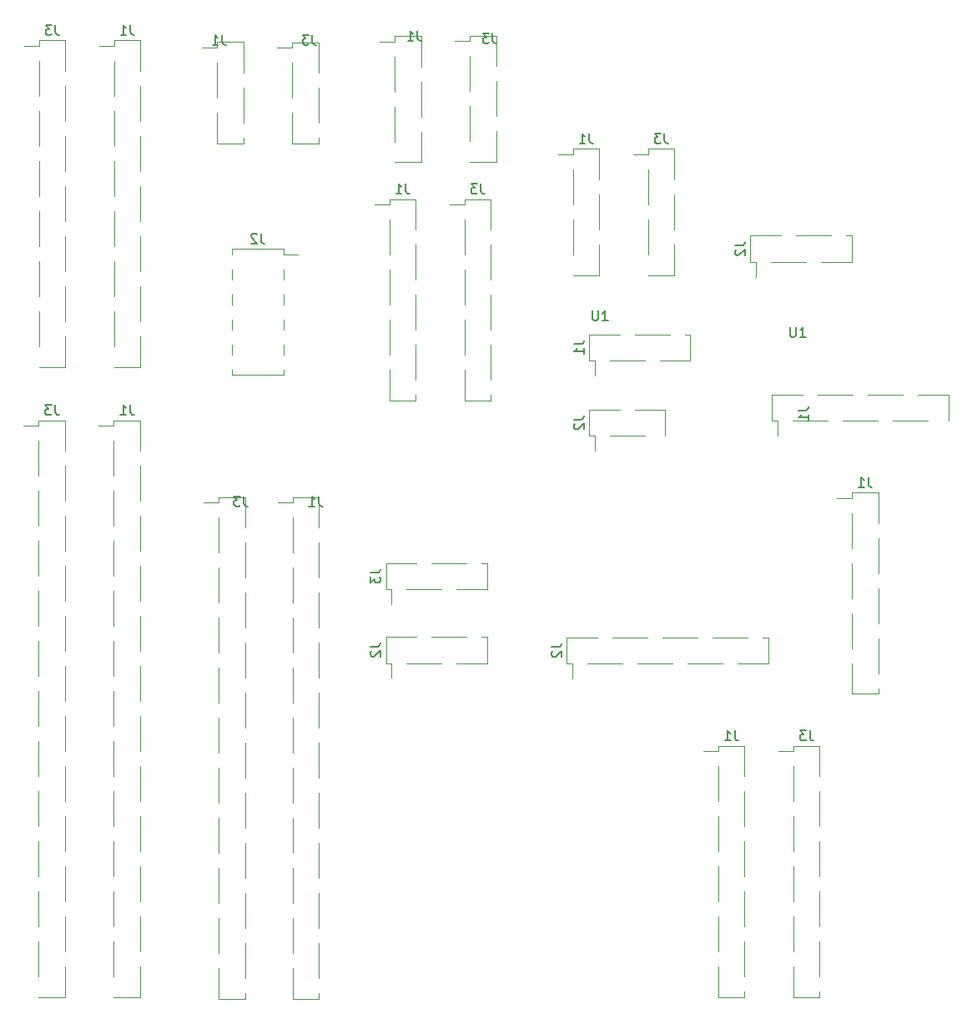
<source format=gbo>
%MOIN*%
%OFA0B0*%
%FSLAX46Y46*%
%IPPOS*%
%LPD*%
%ADD10C,0.0039370078740157488*%
%ADD21C,0.0039370078740157488*%
%ADD22C,0.0047244094488188976*%
%ADD23C,0.005905511811023622*%
%ADD24C,0.0039370078740157488*%
%ADD25C,0.0047244094488188976*%
%ADD26C,0.005905511811023622*%
%ADD27C,0.0039370078740157488*%
%ADD28C,0.0047244094488188976*%
%ADD29C,0.005905511811023622*%
%ADD30C,0.0039370078740157488*%
%ADD31C,0.0047244094488188976*%
%ADD32C,0.005905511811023622*%
%ADD33C,0.0039370078740157488*%
%ADD34C,0.0047244094488188976*%
%ADD35C,0.005905511811023622*%
%ADD36C,0.0039370078740157488*%
%ADD37C,0.0047244094488188976*%
%ADD38C,0.005905511811023622*%
%ADD39C,0.0039370078740157488*%
%ADD40C,0.0047244094488188976*%
%ADD41C,0.005905511811023622*%
%ADD42C,0.0039370078740157488*%
%ADD43C,0.0047244094488188976*%
%ADD44C,0.005905511811023622*%
%ADD45C,0.0039370078740157488*%
%ADD46C,0.0047244094488188976*%
%ADD47C,0.005905511811023622*%
%ADD48C,0.0039370078740157488*%
%ADD49C,0.0047244094488188976*%
%ADD50C,0.005905511811023622*%
%ADD51C,0.0039370078740157488*%
%ADD52C,0.0047244094488188976*%
%ADD53C,0.005905511811023622*%
%ADD54C,0.0039370078740157488*%
%ADD55C,0.0047244094488188976*%
%ADD56C,0.005905511811023622*%
%ADD57C,0.0039370078740157488*%
%ADD58C,0.0047244094488188976*%
%ADD59C,0.005905511811023622*%
%ADD60C,0.0039370078740157488*%
%ADD61C,0.0047244094488188976*%
%ADD62C,0.005905511811023622*%
%ADD63C,0.0039370078740157488*%
%ADD64C,0.0047244094488188976*%
%ADD65C,0.005905511811023622*%
G01G01*
D10*
G04 next file*
G04 #@! TF.FileFunction,Legend,Bot*
G04 Gerber Fmt 4.6, Leading zero omitted, Abs format (unit mm)*
G04 Created by KiCad (PCBNEW 4.0.7-e2-6376~58~ubuntu16.04.1) date Sat Jan 13 09:32:06 2018*
G01G01*
G04 APERTURE LIST*
G04 APERTURE END LIST*
D21*
D22*
X0003461417Y0002064448D02*
X0003356692Y0002064448D01*
X0003461417Y0001259724D02*
X0003356692Y0001259724D01*
X0003356692Y0001982165D02*
X0003356692Y0001842007D01*
X0003356692Y0001782165D02*
X0003356692Y0001642007D01*
X0003356692Y0001582165D02*
X0003356692Y0001442007D01*
X0003356692Y0001382165D02*
X0003356692Y0001259724D01*
X0003461417Y0002064448D02*
X0003461417Y0001942007D01*
X0003356692Y0002042007D02*
X0003296850Y0002042007D01*
X0003356692Y0002064448D02*
X0003356692Y0002042007D01*
X0003461417Y0001282165D02*
X0003461417Y0001259724D01*
X0003461417Y0001882165D02*
X0003461417Y0001742007D01*
X0003461417Y0001682165D02*
X0003461417Y0001542007D01*
X0003461417Y0001482165D02*
X0003461417Y0001342007D01*
D23*
X0003422178Y0002125378D02*
X0003422178Y0002097257D01*
X0003424053Y0002091632D01*
X0003427802Y0002087883D01*
X0003433427Y0002086008D01*
X0003437176Y0002086008D01*
X0003382808Y0002086008D02*
X0003405305Y0002086008D01*
X0003394057Y0002086008D02*
X0003394057Y0002125378D01*
X0003397806Y0002119754D01*
X0003401556Y0002116004D01*
X0003405305Y0002114130D01*
G04 next file*
G04 #@! TF.FileFunction,Legend,Bot*
G04 Gerber Fmt 4.6, Leading zero omitted, Abs format (unit mm)*
G04 Created by KiCad (PCBNEW 4.0.7-e2-6376~58~ubuntu16.04.1) date Sat Jan 13 09:35:41 2018*
G01G01*
G04 APERTURE LIST*
G04 APERTURE END LIST*
D24*
D25*
X0001084566Y0003037440D02*
X0000879842Y0003037440D01*
X0001084566Y0002532716D02*
X0000879842Y0002532716D01*
X0001141259Y0003015000D02*
X0001084566Y0003015000D01*
X0001084566Y0003037440D02*
X0001084566Y0003015000D01*
X0000879842Y0003037440D02*
X0000879842Y0003015000D01*
X0001084566Y0002555157D02*
X0001084566Y0002532716D01*
X0000879842Y0002555157D02*
X0000879842Y0002532716D01*
X0001084566Y0002955157D02*
X0001084566Y0002915000D01*
X0000879842Y0002955157D02*
X0000879842Y0002915000D01*
X0001084566Y0002855157D02*
X0001084566Y0002815000D01*
X0000879842Y0002855157D02*
X0000879842Y0002815000D01*
X0001084566Y0002755157D02*
X0001084566Y0002715000D01*
X0000879842Y0002755157D02*
X0000879842Y0002715000D01*
X0001084566Y0002655157D02*
X0001084566Y0002615000D01*
X0000879842Y0002655157D02*
X0000879842Y0002615000D01*
D26*
X0000995328Y0003098370D02*
X0000995328Y0003070249D01*
X0000997202Y0003064625D01*
X0001000952Y0003060875D01*
X0001006576Y0003059000D01*
X0001010326Y0003059000D01*
X0000978455Y0003094621D02*
X0000976580Y0003096496D01*
X0000972830Y0003098370D01*
X0000963457Y0003098370D01*
X0000959707Y0003096496D01*
X0000957832Y0003094621D01*
X0000955957Y0003090871D01*
X0000955957Y0003087122D01*
X0000957832Y0003081497D01*
X0000980329Y0003059000D01*
X0000955957Y0003059000D01*
G04 next file*
G04 #@! TF.FileFunction,Legend,Bot*
G04 Gerber Fmt 4.6, Leading zero omitted, Abs format (unit mm)*
G04 Created by KiCad (PCBNEW 4.0.7-e2-6376~58~ubuntu16.04.1) date Sat Jan 13 09:37:07 2018*
G01G01*
G04 APERTURE LIST*
G04 APERTURE END LIST*
D27*
D28*
X0000924724Y0003863622D02*
X0000820000Y0003863622D01*
X0000924724Y0003458897D02*
X0000820000Y0003458897D01*
X0000820000Y0003781338D02*
X0000820000Y0003641181D01*
X0000820000Y0003581338D02*
X0000820000Y0003458897D01*
X0000924724Y0003863622D02*
X0000924724Y0003741181D01*
X0000820000Y0003841181D02*
X0000760157Y0003841181D01*
X0000820000Y0003863622D02*
X0000820000Y0003841181D01*
X0000924724Y0003481338D02*
X0000924724Y0003458897D01*
X0000924724Y0003681338D02*
X0000924724Y0003541181D01*
X0001224724Y0003862637D02*
X0001120000Y0003862637D01*
X0001224724Y0003457913D02*
X0001120000Y0003457913D01*
X0001120000Y0003780354D02*
X0001120000Y0003640196D01*
X0001120000Y0003580354D02*
X0001120000Y0003457913D01*
X0001224724Y0003862637D02*
X0001224724Y0003740196D01*
X0001120000Y0003840196D02*
X0001060157Y0003840196D01*
X0001120000Y0003862637D02*
X0001120000Y0003840196D01*
X0001224724Y0003480354D02*
X0001224724Y0003457913D01*
X0001224724Y0003680354D02*
X0001224724Y0003540196D01*
D29*
X0000840642Y0003891819D02*
X0000840642Y0003863698D01*
X0000842517Y0003858073D01*
X0000846267Y0003854324D01*
X0000851891Y0003852449D01*
X0000855641Y0003852449D01*
X0000801272Y0003852449D02*
X0000823770Y0003852449D01*
X0000812521Y0003852449D02*
X0000812521Y0003891819D01*
X0000816271Y0003886195D01*
X0000820020Y0003882445D01*
X0000823770Y0003880571D01*
X0001200642Y0003891835D02*
X0001200642Y0003863713D01*
X0001202517Y0003858089D01*
X0001206267Y0003854340D01*
X0001211891Y0003852465D01*
X0001215641Y0003852465D01*
X0001185644Y0003891835D02*
X0001161272Y0003891835D01*
X0001174396Y0003876837D01*
X0001168772Y0003876837D01*
X0001165022Y0003874962D01*
X0001163147Y0003873087D01*
X0001161272Y0003869338D01*
X0001161272Y0003859964D01*
X0001163147Y0003856214D01*
X0001165022Y0003854340D01*
X0001168772Y0003852465D01*
X0001180020Y0003852465D01*
X0001183770Y0003854340D01*
X0001185644Y0003856214D01*
G04 next file*
G04 #@! TF.FileFunction,Legend,Bot*
G04 Gerber Fmt 4.6, Leading zero omitted, Abs format (unit mm)*
G04 Created by KiCad (PCBNEW 4.0.7-e2-6376~58~ubuntu16.04.1) date Sat Jan 13 09:41:55 2018*
G01G01*
G04 APERTURE LIST*
G04 APERTURE END LIST*
D30*
D31*
X0001635157Y0003887952D02*
X0001530433Y0003887952D01*
X0001635157Y0003383228D02*
X0001530433Y0003383228D01*
X0001530433Y0003805669D02*
X0001530433Y0003665511D01*
X0001530433Y0003605669D02*
X0001530433Y0003465511D01*
X0001635157Y0003887952D02*
X0001635157Y0003765511D01*
X0001530433Y0003865511D02*
X0001470590Y0003865511D01*
X0001530433Y0003887952D02*
X0001530433Y0003865511D01*
X0001635157Y0003405669D02*
X0001635157Y0003383228D01*
X0001635157Y0003705669D02*
X0001635157Y0003565511D01*
X0001635157Y0003505669D02*
X0001635157Y0003383228D01*
X0001934842Y0003888937D02*
X0001830118Y0003888937D01*
X0001934842Y0003384212D02*
X0001830118Y0003384212D01*
X0001830118Y0003806653D02*
X0001830118Y0003666496D01*
X0001830118Y0003606653D02*
X0001830118Y0003466496D01*
X0001934842Y0003888937D02*
X0001934842Y0003766496D01*
X0001830118Y0003866496D02*
X0001770275Y0003866496D01*
X0001830118Y0003888937D02*
X0001830118Y0003866496D01*
X0001934842Y0003406653D02*
X0001934842Y0003384212D01*
X0001934842Y0003706653D02*
X0001934842Y0003566496D01*
X0001934842Y0003506653D02*
X0001934842Y0003384212D01*
D32*
X0001620761Y0003907150D02*
X0001620761Y0003879028D01*
X0001622635Y0003873404D01*
X0001626385Y0003869655D01*
X0001632009Y0003867780D01*
X0001635759Y0003867780D01*
X0001581391Y0003867780D02*
X0001603888Y0003867780D01*
X0001592639Y0003867780D02*
X0001592639Y0003907150D01*
X0001596389Y0003901526D01*
X0001600138Y0003897776D01*
X0001603888Y0003895901D01*
X0001920761Y0003897134D02*
X0001920761Y0003869013D01*
X0001922635Y0003863388D01*
X0001926385Y0003859639D01*
X0001932009Y0003857764D01*
X0001935759Y0003857764D01*
X0001905763Y0003897134D02*
X0001881391Y0003897134D01*
X0001894514Y0003882136D01*
X0001888890Y0003882136D01*
X0001885140Y0003880261D01*
X0001883265Y0003878386D01*
X0001881391Y0003874637D01*
X0001881391Y0003865263D01*
X0001883265Y0003861514D01*
X0001885140Y0003859639D01*
X0001888890Y0003857764D01*
X0001900138Y0003857764D01*
X0001903888Y0003859639D01*
X0001905763Y0003861514D01*
G04 next file*
G04 #@! TF.FileFunction,Legend,Bot*
G04 Gerber Fmt 4.6, Leading zero omitted, Abs format (unit mm)*
G04 Created by KiCad (PCBNEW 4.0.7-e2-6376~58~ubuntu16.04.1) date Sat Jan 13 09:41:31 2018*
G01G01*
G04 APERTURE LIST*
G04 APERTURE END LIST*
D33*
D34*
X0002346535Y0003436771D02*
X0002241810Y0003436771D01*
X0002346535Y0002932047D02*
X0002241810Y0002932047D01*
X0002241810Y0003354488D02*
X0002241810Y0003214330D01*
X0002241810Y0003154488D02*
X0002241810Y0003014330D01*
X0002346535Y0003436771D02*
X0002346535Y0003314330D01*
X0002241810Y0003414330D02*
X0002181968Y0003414330D01*
X0002241810Y0003436771D02*
X0002241810Y0003414330D01*
X0002346535Y0002954488D02*
X0002346535Y0002932047D01*
X0002346535Y0003254488D02*
X0002346535Y0003114330D01*
X0002346535Y0003054488D02*
X0002346535Y0002932047D01*
X0002646535Y0003436771D02*
X0002541811Y0003436771D01*
X0002646535Y0002932047D02*
X0002541811Y0002932047D01*
X0002541811Y0003354488D02*
X0002541811Y0003214330D01*
X0002541811Y0003154488D02*
X0002541811Y0003014330D01*
X0002646535Y0003436771D02*
X0002646535Y0003314330D01*
X0002541811Y0003414330D02*
X0002481968Y0003414330D01*
X0002541811Y0003436771D02*
X0002541811Y0003414330D01*
X0002646535Y0002954488D02*
X0002646535Y0002932047D01*
X0002646535Y0003254488D02*
X0002646535Y0003114330D01*
X0002646535Y0003054488D02*
X0002646535Y0002932047D01*
D35*
X0002307296Y0003497701D02*
X0002307296Y0003469580D01*
X0002309171Y0003463955D01*
X0002312920Y0003460206D01*
X0002318545Y0003458331D01*
X0002322294Y0003458331D01*
X0002267926Y0003458331D02*
X0002290423Y0003458331D01*
X0002279175Y0003458331D02*
X0002279175Y0003497701D01*
X0002282924Y0003492077D01*
X0002286674Y0003488327D01*
X0002290423Y0003486452D01*
X0002607296Y0003497701D02*
X0002607296Y0003469580D01*
X0002609171Y0003463955D01*
X0002612920Y0003460206D01*
X0002618545Y0003458331D01*
X0002622294Y0003458331D01*
X0002592298Y0003497701D02*
X0002567926Y0003497701D01*
X0002581049Y0003482703D01*
X0002575425Y0003482703D01*
X0002571676Y0003480828D01*
X0002569801Y0003478953D01*
X0002567926Y0003475204D01*
X0002567926Y0003465830D01*
X0002569801Y0003462080D01*
X0002571676Y0003460206D01*
X0002575425Y0003458331D01*
X0002586674Y0003458331D01*
X0002590423Y0003460206D01*
X0002592298Y0003462080D01*
G04 next file*
G04 #@! TF.FileFunction,Legend,Bot*
G04 Gerber Fmt 4.6, Leading zero omitted, Abs format (unit mm)*
G04 Created by KiCad (PCBNEW 4.0.7-e2-6376~58~ubuntu16.04.1) date Sat Jan 13 09:42:42 2018*
G01G01*
G04 APERTURE LIST*
G04 APERTURE END LIST*
D36*
D37*
X0001613661Y0003235866D02*
X0001508937Y0003235866D01*
X0001613661Y0002431141D02*
X0001508937Y0002431141D01*
X0001508937Y0003153582D02*
X0001508937Y0003013425D01*
X0001508937Y0002953582D02*
X0001508937Y0002813425D01*
X0001508937Y0002753582D02*
X0001508937Y0002613425D01*
X0001508937Y0002553582D02*
X0001508937Y0002431141D01*
X0001613661Y0003235866D02*
X0001613661Y0003113425D01*
X0001508937Y0003213425D02*
X0001449094Y0003213425D01*
X0001508937Y0003235866D02*
X0001508937Y0003213425D01*
X0001613661Y0002453582D02*
X0001613661Y0002431141D01*
X0001613661Y0003053582D02*
X0001613661Y0002913425D01*
X0001613661Y0002853582D02*
X0001613661Y0002713425D01*
X0001613661Y0002653582D02*
X0001613661Y0002513425D01*
X0001913661Y0003235866D02*
X0001808937Y0003235866D01*
X0001913661Y0002431141D02*
X0001808937Y0002431141D01*
X0001808937Y0003153582D02*
X0001808937Y0003013425D01*
X0001808937Y0002953582D02*
X0001808937Y0002813425D01*
X0001808937Y0002753582D02*
X0001808937Y0002613425D01*
X0001808937Y0002553582D02*
X0001808937Y0002431141D01*
X0001913661Y0003235866D02*
X0001913661Y0003113425D01*
X0001808937Y0003213425D02*
X0001749094Y0003213425D01*
X0001808937Y0003235866D02*
X0001808937Y0003213425D01*
X0001913661Y0002453582D02*
X0001913661Y0002431141D01*
X0001913661Y0003053582D02*
X0001913661Y0002913425D01*
X0001913661Y0002853582D02*
X0001913661Y0002713425D01*
X0001913661Y0002653582D02*
X0001913661Y0002513425D01*
D38*
X0001574422Y0003296796D02*
X0001574422Y0003268674D01*
X0001576297Y0003263050D01*
X0001580046Y0003259300D01*
X0001585671Y0003257425D01*
X0001589420Y0003257425D01*
X0001535052Y0003257425D02*
X0001557549Y0003257425D01*
X0001546301Y0003257425D02*
X0001546301Y0003296796D01*
X0001550050Y0003291171D01*
X0001553800Y0003287422D01*
X0001557549Y0003285547D01*
X0001874422Y0003296796D02*
X0001874422Y0003268674D01*
X0001876297Y0003263050D01*
X0001880046Y0003259300D01*
X0001885671Y0003257425D01*
X0001889420Y0003257425D01*
X0001859424Y0003296796D02*
X0001835052Y0003296796D01*
X0001848175Y0003281797D01*
X0001842551Y0003281797D01*
X0001838801Y0003279923D01*
X0001836927Y0003278048D01*
X0001835052Y0003274298D01*
X0001835052Y0003264925D01*
X0001836927Y0003261175D01*
X0001838801Y0003259300D01*
X0001842551Y0003257425D01*
X0001853800Y0003257425D01*
X0001857549Y0003259300D01*
X0001859424Y0003261175D01*
G04 next file*
G04 #@! TF.FileFunction,Legend,Bot*
G04 Gerber Fmt 4.6, Leading zero omitted, Abs format (unit mm)*
G04 Created by KiCad (PCBNEW 4.0.7-e2-6376~58~ubuntu16.04.1) date Sat Jan 13 09:44:16 2018*
G01G01*
G04 APERTURE LIST*
G04 APERTURE END LIST*
D39*
D40*
X0002927559Y0001052401D02*
X0002822834Y0001052401D01*
X0002927559Y0000047677D02*
X0002822834Y0000047677D01*
X0002822834Y0000970118D02*
X0002822834Y0000829960D01*
X0002822834Y0000770118D02*
X0002822834Y0000629960D01*
X0002822834Y0000570118D02*
X0002822834Y0000429960D01*
X0002822834Y0000370118D02*
X0002822834Y0000229960D01*
X0002822834Y0000170118D02*
X0002822834Y0000047677D01*
X0002927559Y0001052401D02*
X0002927559Y0000929960D01*
X0002822834Y0001029960D02*
X0002762992Y0001029960D01*
X0002822834Y0001052401D02*
X0002822834Y0001029960D01*
X0002927559Y0000070118D02*
X0002927559Y0000047677D01*
X0002927559Y0000870118D02*
X0002927559Y0000729960D01*
X0002927559Y0000670118D02*
X0002927559Y0000529960D01*
X0002927559Y0000470118D02*
X0002927559Y0000329960D01*
X0002927559Y0000270118D02*
X0002927559Y0000129960D01*
X0003227244Y0001052401D02*
X0003122519Y0001052401D01*
X0003227244Y0000047677D02*
X0003122519Y0000047677D01*
X0003122519Y0000970118D02*
X0003122519Y0000829960D01*
X0003122519Y0000770118D02*
X0003122519Y0000629960D01*
X0003122519Y0000570118D02*
X0003122519Y0000429960D01*
X0003122519Y0000370118D02*
X0003122519Y0000229960D01*
X0003122519Y0000170118D02*
X0003122519Y0000047677D01*
X0003227244Y0001052401D02*
X0003227244Y0000929960D01*
X0003122519Y0001029960D02*
X0003062677Y0001029960D01*
X0003122519Y0001052401D02*
X0003122519Y0001029960D01*
X0003227244Y0000070118D02*
X0003227244Y0000047677D01*
X0003227244Y0000870118D02*
X0003227244Y0000729960D01*
X0003227244Y0000670118D02*
X0003227244Y0000529960D01*
X0003227244Y0000470118D02*
X0003227244Y0000329960D01*
X0003227244Y0000270118D02*
X0003227244Y0000129960D01*
D41*
X0002888320Y0001113331D02*
X0002888320Y0001085209D01*
X0002890195Y0001079585D01*
X0002893944Y0001075836D01*
X0002899568Y0001073961D01*
X0002903318Y0001073961D01*
X0002848950Y0001073961D02*
X0002871447Y0001073961D01*
X0002860198Y0001073961D02*
X0002860198Y0001113331D01*
X0002863948Y0001107707D01*
X0002867697Y0001103957D01*
X0002871447Y0001102082D01*
X0003188005Y0001113331D02*
X0003188005Y0001085209D01*
X0003189880Y0001079585D01*
X0003193629Y0001075836D01*
X0003199253Y0001073961D01*
X0003203003Y0001073961D01*
X0003173007Y0001113331D02*
X0003148635Y0001113331D01*
X0003161758Y0001098333D01*
X0003156134Y0001098333D01*
X0003152384Y0001096458D01*
X0003150509Y0001094583D01*
X0003148635Y0001090834D01*
X0003148635Y0001081460D01*
X0003150509Y0001077710D01*
X0003152384Y0001075836D01*
X0003156134Y0001073961D01*
X0003167382Y0001073961D01*
X0003171132Y0001075836D01*
X0003173007Y0001077710D01*
G04 next file*
G04 #@! TF.FileFunction,Legend,Bot*
G04 Gerber Fmt 4.6, Leading zero omitted, Abs format (unit mm)*
G04 Created by KiCad (PCBNEW 4.0.7-e2-6376~58~ubuntu16.04.1) date Sat Jan 13 09:58:48 2018*
G01G01*
G04 APERTURE LIST*
G04 APERTURE END LIST*
D42*
D43*
X0000513582Y0003869881D02*
X0000408858Y0003869881D01*
X0000513582Y0002565157D02*
X0000408858Y0002565157D01*
X0000408858Y0003787598D02*
X0000408858Y0003647440D01*
X0000408858Y0003587598D02*
X0000408858Y0003447440D01*
X0000408858Y0003387598D02*
X0000408858Y0003247440D01*
X0000408858Y0003187598D02*
X0000408858Y0003047440D01*
X0000408858Y0002987598D02*
X0000408858Y0002847440D01*
X0000408858Y0002787598D02*
X0000408858Y0002647440D01*
X0000513582Y0003869881D02*
X0000513582Y0003747440D01*
X0000408858Y0003847440D02*
X0000349015Y0003847440D01*
X0000408858Y0003869881D02*
X0000408858Y0003847440D01*
X0000513582Y0002587598D02*
X0000513582Y0002565157D01*
X0000513582Y0003687598D02*
X0000513582Y0003547440D01*
X0000513582Y0003487598D02*
X0000513582Y0003347440D01*
X0000513582Y0003287598D02*
X0000513582Y0003147440D01*
X0000513582Y0003087598D02*
X0000513582Y0002947440D01*
X0000513582Y0002887598D02*
X0000513582Y0002747440D01*
X0000513582Y0002687598D02*
X0000513582Y0002565157D01*
X0000213582Y0003869881D02*
X0000108858Y0003869881D01*
X0000213582Y0002565157D02*
X0000108858Y0002565157D01*
X0000108858Y0003787598D02*
X0000108858Y0003647440D01*
X0000108858Y0003587598D02*
X0000108858Y0003447440D01*
X0000108858Y0003387598D02*
X0000108858Y0003247440D01*
X0000108858Y0003187598D02*
X0000108858Y0003047440D01*
X0000108858Y0002987598D02*
X0000108858Y0002847440D01*
X0000108858Y0002787598D02*
X0000108858Y0002647440D01*
X0000213582Y0003869881D02*
X0000213582Y0003747440D01*
X0000108858Y0003847440D02*
X0000049015Y0003847440D01*
X0000108858Y0003869881D02*
X0000108858Y0003847440D01*
X0000213582Y0002587598D02*
X0000213582Y0002565157D01*
X0000213582Y0003687598D02*
X0000213582Y0003547440D01*
X0000213582Y0003487598D02*
X0000213582Y0003347440D01*
X0000213582Y0003287598D02*
X0000213582Y0003147440D01*
X0000213582Y0003087598D02*
X0000213582Y0002947440D01*
X0000213582Y0002887598D02*
X0000213582Y0002747440D01*
X0000213582Y0002687598D02*
X0000213582Y0002565157D01*
D44*
X0000474343Y0003930811D02*
X0000474343Y0003902690D01*
X0000476218Y0003897065D01*
X0000479968Y0003893316D01*
X0000485592Y0003891441D01*
X0000489341Y0003891441D01*
X0000434973Y0003891441D02*
X0000457470Y0003891441D01*
X0000446222Y0003891441D02*
X0000446222Y0003930811D01*
X0000449971Y0003925187D01*
X0000453721Y0003921437D01*
X0000457470Y0003919563D01*
X0000174343Y0003930811D02*
X0000174343Y0003902690D01*
X0000176218Y0003897065D01*
X0000179968Y0003893316D01*
X0000185592Y0003891441D01*
X0000189341Y0003891441D01*
X0000159345Y0003930811D02*
X0000134973Y0003930811D01*
X0000148097Y0003915813D01*
X0000142472Y0003915813D01*
X0000138723Y0003913938D01*
X0000136848Y0003912064D01*
X0000134973Y0003908314D01*
X0000134973Y0003898940D01*
X0000136848Y0003895191D01*
X0000138723Y0003893316D01*
X0000142472Y0003891441D01*
X0000153721Y0003891441D01*
X0000157470Y0003893316D01*
X0000159345Y0003895191D01*
G04 next file*
G04 #@! TF.FileFunction,Legend,Bot*
G04 Gerber Fmt 4.6, Leading zero omitted, Abs format (unit mm)*
G04 Created by KiCad (PCBNEW 4.0.7-e2-6376~58~ubuntu16.04.1) date Sat Jan 13 09:46:35 2018*
G01G01*
G04 APERTURE LIST*
G04 APERTURE END LIST*
D45*
D46*
X0001225984Y0002045511D02*
X0001121259Y0002045511D01*
X0001225984Y0000040787D02*
X0001121259Y0000040787D01*
X0001121259Y0001963228D02*
X0001121259Y0001823070D01*
X0001121259Y0001763228D02*
X0001121259Y0001623070D01*
X0001121259Y0001563228D02*
X0001121259Y0001423070D01*
X0001121259Y0001363228D02*
X0001121259Y0001223070D01*
X0001121259Y0001163228D02*
X0001121259Y0001023070D01*
X0001121259Y0000963228D02*
X0001121259Y0000823070D01*
X0001121259Y0000763228D02*
X0001121259Y0000623070D01*
X0001121259Y0000563228D02*
X0001121259Y0000423070D01*
X0001121259Y0000363228D02*
X0001121259Y0000223070D01*
X0001121259Y0000163228D02*
X0001121259Y0000040787D01*
X0001225984Y0002045511D02*
X0001225984Y0001923070D01*
X0001121259Y0002023070D02*
X0001061417Y0002023070D01*
X0001121259Y0002045511D02*
X0001121259Y0002023070D01*
X0001225984Y0000063228D02*
X0001225984Y0000040787D01*
X0001225984Y0001863228D02*
X0001225984Y0001723070D01*
X0001225984Y0001663228D02*
X0001225984Y0001523070D01*
X0001225984Y0001463228D02*
X0001225984Y0001323070D01*
X0001225984Y0001263228D02*
X0001225984Y0001123070D01*
X0001225984Y0001063228D02*
X0001225984Y0000923070D01*
X0001225984Y0000863228D02*
X0001225984Y0000723070D01*
X0001225984Y0000663228D02*
X0001225984Y0000523070D01*
X0001225984Y0000463228D02*
X0001225984Y0000323070D01*
X0001225984Y0000263228D02*
X0001225984Y0000123070D01*
X0000931299Y0002045511D02*
X0000826574Y0002045511D01*
X0000931299Y0000040787D02*
X0000826574Y0000040787D01*
X0000826574Y0001963228D02*
X0000826574Y0001823070D01*
X0000826574Y0001763228D02*
X0000826574Y0001623070D01*
X0000826574Y0001563228D02*
X0000826574Y0001423070D01*
X0000826574Y0001363228D02*
X0000826574Y0001223070D01*
X0000826574Y0001163228D02*
X0000826574Y0001023070D01*
X0000826574Y0000963228D02*
X0000826574Y0000823070D01*
X0000826574Y0000763228D02*
X0000826574Y0000623070D01*
X0000826574Y0000563228D02*
X0000826574Y0000423070D01*
X0000826574Y0000363228D02*
X0000826574Y0000223070D01*
X0000826574Y0000163228D02*
X0000826574Y0000040787D01*
X0000931299Y0002045511D02*
X0000931299Y0001923070D01*
X0000826574Y0002023070D02*
X0000766732Y0002023070D01*
X0000826574Y0002045511D02*
X0000826574Y0002023070D01*
X0000931299Y0000063228D02*
X0000931299Y0000040787D01*
X0000931299Y0001863228D02*
X0000931299Y0001723070D01*
X0000931299Y0001663228D02*
X0000931299Y0001523070D01*
X0000931299Y0001463228D02*
X0000931299Y0001323070D01*
X0000931299Y0001263228D02*
X0000931299Y0001123070D01*
X0000931299Y0001063228D02*
X0000931299Y0000923070D01*
X0000931299Y0000863228D02*
X0000931299Y0000723070D01*
X0000931299Y0000663228D02*
X0000931299Y0000523070D01*
X0000931299Y0000463228D02*
X0000931299Y0000323070D01*
X0000931299Y0000263228D02*
X0000931299Y0000123070D01*
D47*
X0001226902Y0002048709D02*
X0001226902Y0002020587D01*
X0001228777Y0002014963D01*
X0001232527Y0002011214D01*
X0001238151Y0002009339D01*
X0001241901Y0002009339D01*
X0001187532Y0002009339D02*
X0001210029Y0002009339D01*
X0001198781Y0002009339D02*
X0001198781Y0002048709D01*
X0001202530Y0002043085D01*
X0001206280Y0002039335D01*
X0001210029Y0002037460D01*
X0000926902Y0002048709D02*
X0000926902Y0002020587D01*
X0000928777Y0002014963D01*
X0000932527Y0002011214D01*
X0000938151Y0002009339D01*
X0000941900Y0002009339D01*
X0000911904Y0002048709D02*
X0000887532Y0002048709D01*
X0000900656Y0002033711D01*
X0000895031Y0002033711D01*
X0000891282Y0002031836D01*
X0000889407Y0002029961D01*
X0000887532Y0002026212D01*
X0000887532Y0002016838D01*
X0000889407Y0002013088D01*
X0000891282Y0002011214D01*
X0000895031Y0002009339D01*
X0000906280Y0002009339D01*
X0000910030Y0002011214D01*
X0000911904Y0002013088D01*
G04 next file*
G04 #@! TF.FileFunction,Legend,Bot*
G04 Gerber Fmt 4.6, Leading zero omitted, Abs format (unit mm)*
G04 Created by KiCad (PCBNEW 4.0.7-e2-6376~58~ubuntu16.04.1) date Sat Jan 13 09:47:37 2018*
G01G01*
G04 APERTURE LIST*
G04 APERTURE END LIST*
D48*
D49*
X0000512204Y0002352362D02*
X0000407480Y0002352362D01*
X0000512204Y0000047637D02*
X0000407480Y0000047637D01*
X0000407480Y0002270078D02*
X0000407480Y0002129921D01*
X0000407480Y0002070078D02*
X0000407480Y0001929921D01*
X0000407480Y0001870078D02*
X0000407480Y0001729921D01*
X0000407480Y0001670078D02*
X0000407480Y0001529921D01*
X0000407480Y0001470078D02*
X0000407480Y0001329921D01*
X0000407480Y0001270078D02*
X0000407480Y0001129921D01*
X0000407480Y0001070078D02*
X0000407480Y0000929921D01*
X0000407480Y0000870078D02*
X0000407480Y0000729921D01*
X0000407480Y0000670078D02*
X0000407480Y0000529921D01*
X0000407480Y0000470078D02*
X0000407480Y0000329921D01*
X0000407480Y0000270078D02*
X0000407480Y0000129921D01*
X0000512204Y0002352362D02*
X0000512204Y0002229921D01*
X0000407480Y0002329921D02*
X0000347637Y0002329921D01*
X0000407480Y0002352362D02*
X0000407480Y0002329921D01*
X0000512204Y0000070078D02*
X0000512204Y0000047637D01*
X0000512204Y0002170078D02*
X0000512204Y0002029921D01*
X0000512204Y0001970078D02*
X0000512204Y0001829921D01*
X0000512204Y0001770078D02*
X0000512204Y0001629921D01*
X0000512204Y0001570078D02*
X0000512204Y0001429921D01*
X0000512204Y0001370078D02*
X0000512204Y0001229921D01*
X0000512204Y0001170078D02*
X0000512204Y0001029921D01*
X0000512204Y0000970078D02*
X0000512204Y0000829921D01*
X0000512204Y0000770078D02*
X0000512204Y0000629921D01*
X0000512204Y0000570078D02*
X0000512204Y0000429921D01*
X0000512204Y0000370078D02*
X0000512204Y0000229921D01*
X0000512204Y0000170078D02*
X0000512204Y0000047637D01*
X0000212204Y0002352362D02*
X0000107480Y0002352362D01*
X0000212204Y0000047637D02*
X0000107480Y0000047637D01*
X0000107480Y0002270078D02*
X0000107480Y0002129921D01*
X0000107480Y0002070078D02*
X0000107480Y0001929921D01*
X0000107480Y0001870078D02*
X0000107480Y0001729921D01*
X0000107480Y0001670078D02*
X0000107480Y0001529921D01*
X0000107480Y0001470078D02*
X0000107480Y0001329921D01*
X0000107480Y0001270078D02*
X0000107480Y0001129921D01*
X0000107480Y0001070078D02*
X0000107480Y0000929921D01*
X0000107480Y0000870078D02*
X0000107480Y0000729921D01*
X0000107480Y0000670078D02*
X0000107480Y0000529921D01*
X0000107480Y0000470078D02*
X0000107480Y0000329921D01*
X0000107480Y0000270078D02*
X0000107480Y0000129921D01*
X0000212204Y0002352362D02*
X0000212204Y0002229921D01*
X0000107480Y0002329921D02*
X0000047637Y0002329921D01*
X0000107480Y0002352362D02*
X0000107480Y0002329921D01*
X0000212204Y0000070078D02*
X0000212204Y0000047637D01*
X0000212204Y0002170078D02*
X0000212204Y0002029921D01*
X0000212204Y0001970078D02*
X0000212204Y0001829921D01*
X0000212204Y0001770078D02*
X0000212204Y0001629921D01*
X0000212204Y0001570078D02*
X0000212204Y0001429921D01*
X0000212204Y0001370078D02*
X0000212204Y0001229921D01*
X0000212204Y0001170078D02*
X0000212204Y0001029921D01*
X0000212204Y0000970078D02*
X0000212204Y0000829921D01*
X0000212204Y0000770078D02*
X0000212204Y0000629921D01*
X0000212204Y0000570078D02*
X0000212204Y0000429921D01*
X0000212204Y0000370078D02*
X0000212204Y0000229921D01*
X0000212204Y0000170078D02*
X0000212204Y0000047637D01*
D50*
X0000472965Y0002413292D02*
X0000472965Y0002385170D01*
X0000474840Y0002379546D01*
X0000478590Y0002375796D01*
X0000484214Y0002373922D01*
X0000487963Y0002373922D01*
X0000433595Y0002373922D02*
X0000456092Y0002373922D01*
X0000444844Y0002373922D02*
X0000444844Y0002413292D01*
X0000448593Y0002407667D01*
X0000452343Y0002403918D01*
X0000456092Y0002402043D01*
X0000172965Y0002413292D02*
X0000172965Y0002385170D01*
X0000174840Y0002379546D01*
X0000178590Y0002375796D01*
X0000184214Y0002373922D01*
X0000187963Y0002373922D01*
X0000157967Y0002413292D02*
X0000133595Y0002413292D01*
X0000146719Y0002398294D01*
X0000141094Y0002398294D01*
X0000137345Y0002396419D01*
X0000135470Y0002394544D01*
X0000133595Y0002390795D01*
X0000133595Y0002381421D01*
X0000135470Y0002377671D01*
X0000137345Y0002375796D01*
X0000141094Y0002373922D01*
X0000152343Y0002373922D01*
X0000156092Y0002375796D01*
X0000157967Y0002377671D01*
G04 next file*
G04 #@! TF.FileFunction,Legend,Bot*
G04 Gerber Fmt 4.6, Leading zero omitted, Abs format (unit mm)*
G04 Created by KiCad (PCBNEW 4.0.7-e2-6376~58~ubuntu16.04.1) date Sat Jan 13 09:51:46 2018*
G01G01*
G04 APERTURE LIST*
G04 APERTURE END LIST*
D51*
D52*
X0002950787Y0003089960D02*
X0002950787Y0002985236D01*
X0003355511Y0003089960D02*
X0003355511Y0002985236D01*
X0003033070Y0002985236D02*
X0003173228Y0002985236D01*
X0003233070Y0002985236D02*
X0003355511Y0002985236D01*
X0002950787Y0003089960D02*
X0003073228Y0003089960D01*
X0002973228Y0002985236D02*
X0002973228Y0002925393D01*
X0002950787Y0002985236D02*
X0002973228Y0002985236D01*
X0003333070Y0003089960D02*
X0003355511Y0003089960D01*
X0003133070Y0003089960D02*
X0003273228Y0003089960D01*
D53*
X0002889857Y0003050721D02*
X0002917979Y0003050721D01*
X0002923603Y0003052596D01*
X0002927352Y0003056346D01*
X0002929227Y0003061970D01*
X0002929227Y0003065719D01*
X0002893607Y0003033848D02*
X0002891732Y0003031974D01*
X0002889857Y0003028224D01*
X0002889857Y0003018850D01*
X0002891732Y0003015101D01*
X0002893607Y0003013226D01*
X0002897356Y0003011351D01*
X0002901106Y0003011351D01*
X0002906730Y0003013226D01*
X0002929227Y0003035723D01*
X0002929227Y0003011351D01*
G04 next file*
G04 #@! TF.FileFunction,Legend,Bot*
G04 Gerber Fmt 4.6, Leading zero omitted, Abs format (unit mm)*
G04 Created by KiCad (PCBNEW 4.0.7-e2-6376~58~ubuntu16.04.1) date Sat Jan 13 09:50:08 2018*
G01G01*
G04 APERTURE LIST*
G04 APERTURE END LIST*
D54*
D55*
X0002217125Y0001485826D02*
X0002217125Y0001381102D01*
X0003021850Y0001485826D02*
X0003021850Y0001381102D01*
X0002299409Y0001381102D02*
X0002439566Y0001381102D01*
X0002499409Y0001381102D02*
X0002639566Y0001381102D01*
X0002699409Y0001381102D02*
X0002839566Y0001381102D01*
X0002899409Y0001381102D02*
X0003021850Y0001381102D01*
X0002217125Y0001485826D02*
X0002339566Y0001485826D01*
X0002239566Y0001381102D02*
X0002239566Y0001321259D01*
X0002217125Y0001381102D02*
X0002239566Y0001381102D01*
X0002999409Y0001485826D02*
X0003021850Y0001485826D01*
X0002399409Y0001485826D02*
X0002539566Y0001485826D01*
X0002599409Y0001485826D02*
X0002739566Y0001485826D01*
X0002799409Y0001485826D02*
X0002939566Y0001485826D01*
D56*
X0002156196Y0001446587D02*
X0002184317Y0001446587D01*
X0002189941Y0001448462D01*
X0002193691Y0001452212D01*
X0002195566Y0001457836D01*
X0002195566Y0001461586D01*
X0002159945Y0001429715D02*
X0002158070Y0001427840D01*
X0002156196Y0001424090D01*
X0002156196Y0001414716D01*
X0002158070Y0001410967D01*
X0002159945Y0001409092D01*
X0002163695Y0001407217D01*
X0002167444Y0001407217D01*
X0002173068Y0001409092D01*
X0002195566Y0001431589D01*
X0002195566Y0001407217D01*
G04 next file*
G04 #@! TF.FileFunction,Legend,Bot*
G04 Gerber Fmt 4.6, Leading zero omitted, Abs format (unit mm)*
G04 Created by KiCad (PCBNEW 4.0.7-e2-6376~58~ubuntu16.04.1) date Sat Jan 13 09:53:06 2018*
G01G01*
G04 APERTURE LIST*
G04 APERTURE END LIST*
D57*
D58*
X0001494488Y0001487401D02*
X0001494488Y0001382677D01*
X0001899212Y0001487401D02*
X0001899212Y0001382677D01*
X0001576771Y0001382677D02*
X0001716929Y0001382677D01*
X0001776771Y0001382677D02*
X0001899212Y0001382677D01*
X0001494488Y0001487401D02*
X0001616929Y0001487401D01*
X0001516929Y0001382677D02*
X0001516929Y0001322834D01*
X0001494488Y0001382677D02*
X0001516929Y0001382677D01*
X0001876771Y0001487401D02*
X0001899212Y0001487401D01*
X0001676771Y0001487401D02*
X0001816929Y0001487401D01*
X0001494488Y0001782086D02*
X0001494488Y0001677362D01*
X0001899212Y0001782086D02*
X0001899212Y0001677362D01*
X0001576771Y0001677362D02*
X0001716929Y0001677362D01*
X0001776771Y0001677362D02*
X0001899212Y0001677362D01*
X0001494488Y0001782086D02*
X0001616929Y0001782086D01*
X0001516929Y0001677362D02*
X0001516929Y0001617519D01*
X0001494488Y0001677362D02*
X0001516929Y0001677362D01*
X0001876771Y0001782086D02*
X0001899212Y0001782086D01*
X0001676771Y0001782086D02*
X0001816929Y0001782086D01*
D59*
X0001433558Y0001448162D02*
X0001461679Y0001448162D01*
X0001467304Y0001450037D01*
X0001471053Y0001453787D01*
X0001472928Y0001459411D01*
X0001472928Y0001463160D01*
X0001437307Y0001431289D02*
X0001435433Y0001429415D01*
X0001433558Y0001425665D01*
X0001433558Y0001416291D01*
X0001435433Y0001412542D01*
X0001437307Y0001410667D01*
X0001441057Y0001408792D01*
X0001444806Y0001408792D01*
X0001450431Y0001410667D01*
X0001472928Y0001433164D01*
X0001472928Y0001408792D01*
X0001433558Y0001742847D02*
X0001461679Y0001742847D01*
X0001467304Y0001744722D01*
X0001471053Y0001748472D01*
X0001472928Y0001754096D01*
X0001472928Y0001757845D01*
X0001433558Y0001727849D02*
X0001433558Y0001703477D01*
X0001448556Y0001716601D01*
X0001448556Y0001710976D01*
X0001450431Y0001707227D01*
X0001452305Y0001705352D01*
X0001456055Y0001703477D01*
X0001465429Y0001703477D01*
X0001469178Y0001705352D01*
X0001471053Y0001707227D01*
X0001472928Y0001710976D01*
X0001472928Y0001722225D01*
X0001471053Y0001725974D01*
X0001469178Y0001727849D01*
G04 next file*
G04 #@! TF.FileFunction,Legend,Bot*
G04 Gerber Fmt 4.6, Leading zero omitted, Abs format (unit mm)*
G04 Created by KiCad (PCBNEW 4.0.7-e2-6376~58~ubuntu16.04.1) date Sat Jan 13 09:54:45 2018*
G01G01*
G04 APERTURE LIST*
G04 APERTURE END LIST*
D60*
D61*
X0002306181Y0002695472D02*
X0002306181Y0002590748D01*
X0002710905Y0002695472D02*
X0002710905Y0002590748D01*
X0002388464Y0002590748D02*
X0002528622Y0002590748D01*
X0002588464Y0002590748D02*
X0002710905Y0002590748D01*
X0002306181Y0002695472D02*
X0002428622Y0002695472D01*
X0002328622Y0002590748D02*
X0002328622Y0002530905D01*
X0002306181Y0002590748D02*
X0002328622Y0002590748D01*
X0002688464Y0002695472D02*
X0002710905Y0002695472D01*
X0002488464Y0002695472D02*
X0002628622Y0002695472D01*
X0002306181Y0002395157D02*
X0002306181Y0002290433D01*
X0002610905Y0002395157D02*
X0002610905Y0002290433D01*
X0002388464Y0002290433D02*
X0002528622Y0002290433D01*
X0002306181Y0002395157D02*
X0002428622Y0002395157D01*
X0002328622Y0002290433D02*
X0002328622Y0002230590D01*
X0002306181Y0002290433D02*
X0002328622Y0002290433D01*
X0002588464Y0002395157D02*
X0002610905Y0002395157D01*
X0002488464Y0002395157D02*
X0002610905Y0002395157D01*
D62*
X0002245251Y0002656233D02*
X0002273372Y0002656233D01*
X0002278997Y0002658108D01*
X0002282746Y0002661857D01*
X0002284621Y0002667482D01*
X0002284621Y0002671231D01*
X0002284621Y0002616863D02*
X0002284621Y0002639360D01*
X0002284621Y0002628112D02*
X0002245251Y0002628112D01*
X0002250875Y0002631861D01*
X0002254625Y0002635611D01*
X0002256499Y0002639360D01*
X0002245251Y0002355918D02*
X0002273372Y0002355918D01*
X0002278997Y0002357793D01*
X0002282746Y0002361542D01*
X0002284621Y0002367167D01*
X0002284621Y0002370916D01*
X0002249000Y0002339045D02*
X0002247125Y0002337170D01*
X0002245251Y0002333421D01*
X0002245251Y0002324047D01*
X0002247125Y0002320298D01*
X0002249000Y0002318423D01*
X0002252750Y0002316548D01*
X0002256499Y0002316548D01*
X0002262124Y0002318423D01*
X0002284621Y0002340920D01*
X0002284621Y0002316548D01*
X0002320043Y0002790496D02*
X0002320043Y0002758625D01*
X0002321917Y0002754876D01*
X0002323792Y0002753001D01*
X0002327542Y0002751126D01*
X0002335041Y0002751126D01*
X0002338790Y0002753001D01*
X0002340665Y0002754876D01*
X0002342540Y0002758625D01*
X0002342540Y0002790496D01*
X0002381910Y0002751126D02*
X0002359413Y0002751126D01*
X0002370661Y0002751126D02*
X0002370661Y0002790496D01*
X0002366912Y0002784872D01*
X0002363162Y0002781122D01*
X0002359413Y0002779248D01*
G04 next file*
G04 #@! TF.FileFunction,Legend,Bot*
G04 Gerber Fmt 4.6, Leading zero omitted, Abs format (unit mm)*
G04 Created by KiCad (PCBNEW 4.0.7-e2-6376~58~ubuntu16.04.1) date Sat Jan 13 09:54:03 2018*
G01G01*
G04 APERTURE LIST*
G04 APERTURE END LIST*
D63*
D64*
X0003037007Y0002455314D02*
X0003037007Y0002350590D01*
X0003741732Y0002455314D02*
X0003741732Y0002350590D01*
X0003119291Y0002350590D02*
X0003259448Y0002350590D01*
X0003319291Y0002350590D02*
X0003459448Y0002350590D01*
X0003519291Y0002350590D02*
X0003659448Y0002350590D01*
X0003037007Y0002455314D02*
X0003159448Y0002455314D01*
X0003059448Y0002350590D02*
X0003059448Y0002290748D01*
X0003037007Y0002350590D02*
X0003059448Y0002350590D01*
X0003719291Y0002455314D02*
X0003741732Y0002455314D01*
X0003219291Y0002455314D02*
X0003359448Y0002455314D01*
X0003419291Y0002455314D02*
X0003559448Y0002455314D01*
X0003619291Y0002455314D02*
X0003741732Y0002455314D01*
D65*
X0003142810Y0002391076D02*
X0003170931Y0002391076D01*
X0003176556Y0002392950D01*
X0003180305Y0002396700D01*
X0003182180Y0002402324D01*
X0003182180Y0002406074D01*
X0003182180Y0002351706D02*
X0003182180Y0002374203D01*
X0003182180Y0002362954D02*
X0003142810Y0002362954D01*
X0003148434Y0002366704D01*
X0003152184Y0002370453D01*
X0003154058Y0002374203D01*
X0003109369Y0002724496D02*
X0003109369Y0002692625D01*
X0003111244Y0002688876D01*
X0003113119Y0002687001D01*
X0003116868Y0002685126D01*
X0003124368Y0002685126D01*
X0003128117Y0002687001D01*
X0003129992Y0002688876D01*
X0003131867Y0002692625D01*
X0003131867Y0002724496D01*
X0003171237Y0002685126D02*
X0003148739Y0002685126D01*
X0003159988Y0002685126D02*
X0003159988Y0002724496D01*
X0003156239Y0002718872D01*
X0003152489Y0002715122D01*
X0003148739Y0002713248D01*
M02*
</source>
